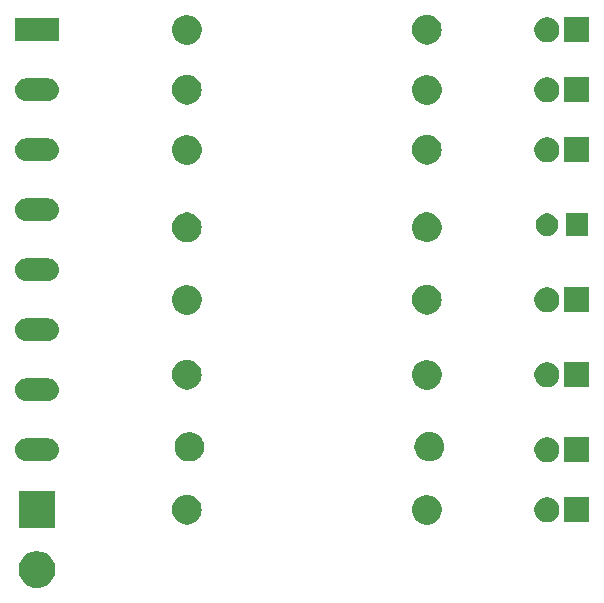
<source format=gbs>
G04 #@! TF.GenerationSoftware,KiCad,Pcbnew,(5.1.2)-2*
G04 #@! TF.CreationDate,2019-08-22T14:59:00+07:00*
G04 #@! TF.ProjectId,led_testing,6c65645f-7465-4737-9469-6e672e6b6963,rev?*
G04 #@! TF.SameCoordinates,Original*
G04 #@! TF.FileFunction,Soldermask,Bot*
G04 #@! TF.FilePolarity,Negative*
%FSLAX46Y46*%
G04 Gerber Fmt 4.6, Leading zero omitted, Abs format (unit mm)*
G04 Created by KiCad (PCBNEW (5.1.2)-2) date 2019-08-22 14:59:00*
%MOMM*%
%LPD*%
G04 APERTURE LIST*
%ADD10C,0.100000*%
G04 APERTURE END LIST*
D10*
G36*
X51102585Y-181358802D02*
G01*
X51252410Y-181388604D01*
X51534674Y-181505521D01*
X51788705Y-181675259D01*
X52004741Y-181891295D01*
X52174479Y-182145326D01*
X52291396Y-182427590D01*
X52351000Y-182727240D01*
X52351000Y-183032760D01*
X52291396Y-183332410D01*
X52174479Y-183614674D01*
X52004741Y-183868705D01*
X51788705Y-184084741D01*
X51534674Y-184254479D01*
X51252410Y-184371396D01*
X51102585Y-184401198D01*
X50952761Y-184431000D01*
X50647239Y-184431000D01*
X50497415Y-184401198D01*
X50347590Y-184371396D01*
X50065326Y-184254479D01*
X49811295Y-184084741D01*
X49595259Y-183868705D01*
X49425521Y-183614674D01*
X49308604Y-183332410D01*
X49249000Y-183032760D01*
X49249000Y-182727240D01*
X49308604Y-182427590D01*
X49425521Y-182145326D01*
X49595259Y-181891295D01*
X49811295Y-181675259D01*
X50065326Y-181505521D01*
X50347590Y-181388604D01*
X50497415Y-181358802D01*
X50647239Y-181329000D01*
X50952761Y-181329000D01*
X51102585Y-181358802D01*
X51102585Y-181358802D01*
G37*
G36*
X52351000Y-179351000D02*
G01*
X49249000Y-179351000D01*
X49249000Y-176249000D01*
X52351000Y-176249000D01*
X52351000Y-179351000D01*
X52351000Y-179351000D01*
G37*
G36*
X63745239Y-176567101D02*
G01*
X63981053Y-176638634D01*
X64198381Y-176754799D01*
X64388871Y-176911129D01*
X64545201Y-177101619D01*
X64661366Y-177318947D01*
X64732899Y-177554761D01*
X64757053Y-177800000D01*
X64732899Y-178045239D01*
X64661366Y-178281053D01*
X64545201Y-178498381D01*
X64388871Y-178688871D01*
X64198381Y-178845201D01*
X63981053Y-178961366D01*
X63745239Y-179032899D01*
X63561457Y-179051000D01*
X63438543Y-179051000D01*
X63254761Y-179032899D01*
X63018947Y-178961366D01*
X62801619Y-178845201D01*
X62611129Y-178688871D01*
X62454799Y-178498381D01*
X62338634Y-178281053D01*
X62267101Y-178045239D01*
X62242947Y-177800000D01*
X62267101Y-177554761D01*
X62338634Y-177318947D01*
X62454799Y-177101619D01*
X62611129Y-176911129D01*
X62801619Y-176754799D01*
X63018947Y-176638634D01*
X63254761Y-176567101D01*
X63438543Y-176549000D01*
X63561457Y-176549000D01*
X63745239Y-176567101D01*
X63745239Y-176567101D01*
G37*
G36*
X84184903Y-176597075D02*
G01*
X84285236Y-176638634D01*
X84412571Y-176691378D01*
X84617466Y-176828285D01*
X84791715Y-177002534D01*
X84928622Y-177207429D01*
X85022925Y-177435097D01*
X85071000Y-177676787D01*
X85071000Y-177923213D01*
X85022925Y-178164903D01*
X84928622Y-178392571D01*
X84791715Y-178597466D01*
X84617466Y-178771715D01*
X84412571Y-178908622D01*
X84412570Y-178908623D01*
X84412569Y-178908623D01*
X84184903Y-179002925D01*
X83943214Y-179051000D01*
X83696786Y-179051000D01*
X83455097Y-179002925D01*
X83227431Y-178908623D01*
X83227430Y-178908623D01*
X83227429Y-178908622D01*
X83022534Y-178771715D01*
X82848285Y-178597466D01*
X82711378Y-178392571D01*
X82617075Y-178164903D01*
X82569000Y-177923213D01*
X82569000Y-177676787D01*
X82617075Y-177435097D01*
X82711378Y-177207429D01*
X82848285Y-177002534D01*
X83022534Y-176828285D01*
X83227429Y-176691378D01*
X83354765Y-176638634D01*
X83455097Y-176597075D01*
X83696786Y-176549000D01*
X83943214Y-176549000D01*
X84184903Y-176597075D01*
X84184903Y-176597075D01*
G37*
G36*
X94286564Y-176789389D02*
G01*
X94477833Y-176868615D01*
X94477835Y-176868616D01*
X94649973Y-176983635D01*
X94796365Y-177130027D01*
X94911385Y-177302167D01*
X94990611Y-177493436D01*
X95031000Y-177696484D01*
X95031000Y-177903516D01*
X94990611Y-178106564D01*
X94966446Y-178164903D01*
X94911384Y-178297835D01*
X94796365Y-178469973D01*
X94649973Y-178616365D01*
X94477835Y-178731384D01*
X94477834Y-178731385D01*
X94477833Y-178731385D01*
X94286564Y-178810611D01*
X94083516Y-178851000D01*
X93876484Y-178851000D01*
X93673436Y-178810611D01*
X93482167Y-178731385D01*
X93482166Y-178731385D01*
X93482165Y-178731384D01*
X93310027Y-178616365D01*
X93163635Y-178469973D01*
X93048616Y-178297835D01*
X92993554Y-178164903D01*
X92969389Y-178106564D01*
X92929000Y-177903516D01*
X92929000Y-177696484D01*
X92969389Y-177493436D01*
X93048615Y-177302167D01*
X93163635Y-177130027D01*
X93310027Y-176983635D01*
X93482165Y-176868616D01*
X93482167Y-176868615D01*
X93673436Y-176789389D01*
X93876484Y-176749000D01*
X94083516Y-176749000D01*
X94286564Y-176789389D01*
X94286564Y-176789389D01*
G37*
G36*
X97571000Y-178851000D02*
G01*
X95469000Y-178851000D01*
X95469000Y-176749000D01*
X97571000Y-176749000D01*
X97571000Y-178851000D01*
X97571000Y-178851000D01*
G37*
G36*
X97571000Y-173771000D02*
G01*
X95469000Y-173771000D01*
X95469000Y-171669000D01*
X97571000Y-171669000D01*
X97571000Y-173771000D01*
X97571000Y-173771000D01*
G37*
G36*
X94286564Y-171709389D02*
G01*
X94463700Y-171782761D01*
X94477835Y-171788616D01*
X94649973Y-171903635D01*
X94796365Y-172050027D01*
X94909780Y-172219764D01*
X94911385Y-172222167D01*
X94990611Y-172413436D01*
X95031000Y-172616484D01*
X95031000Y-172823516D01*
X94990611Y-173026564D01*
X94933939Y-173163382D01*
X94911384Y-173217835D01*
X94796365Y-173389973D01*
X94649973Y-173536365D01*
X94477835Y-173651384D01*
X94477834Y-173651385D01*
X94477833Y-173651385D01*
X94286564Y-173730611D01*
X94083516Y-173771000D01*
X93876484Y-173771000D01*
X93673436Y-173730611D01*
X93482167Y-173651385D01*
X93482166Y-173651385D01*
X93482165Y-173651384D01*
X93310027Y-173536365D01*
X93163635Y-173389973D01*
X93048616Y-173217835D01*
X93026061Y-173163382D01*
X92969389Y-173026564D01*
X92929000Y-172823516D01*
X92929000Y-172616484D01*
X92969389Y-172413436D01*
X93048615Y-172222167D01*
X93050221Y-172219764D01*
X93163635Y-172050027D01*
X93310027Y-171903635D01*
X93482165Y-171788616D01*
X93496300Y-171782761D01*
X93673436Y-171709389D01*
X93876484Y-171669000D01*
X94083516Y-171669000D01*
X94286564Y-171709389D01*
X94286564Y-171709389D01*
G37*
G36*
X64069904Y-171262076D02*
G01*
X64170237Y-171303635D01*
X64297572Y-171356379D01*
X64502467Y-171493286D01*
X64676716Y-171667535D01*
X64742923Y-171766621D01*
X64813624Y-171872432D01*
X64907926Y-172100098D01*
X64956001Y-172341787D01*
X64956001Y-172588215D01*
X64907926Y-172829904D01*
X64826467Y-173026565D01*
X64813623Y-173057572D01*
X64676716Y-173262467D01*
X64502467Y-173436716D01*
X64297572Y-173573623D01*
X64297571Y-173573624D01*
X64297570Y-173573624D01*
X64069904Y-173667926D01*
X63828215Y-173716001D01*
X63581787Y-173716001D01*
X63340098Y-173667926D01*
X63112432Y-173573624D01*
X63112431Y-173573624D01*
X63112430Y-173573623D01*
X62907535Y-173436716D01*
X62733286Y-173262467D01*
X62596379Y-173057572D01*
X62583536Y-173026565D01*
X62502076Y-172829904D01*
X62454001Y-172588215D01*
X62454001Y-172341787D01*
X62502076Y-172100098D01*
X62596378Y-171872432D01*
X62667079Y-171766621D01*
X62733286Y-171667535D01*
X62907535Y-171493286D01*
X63112430Y-171356379D01*
X63239766Y-171303635D01*
X63340098Y-171262076D01*
X63581787Y-171214001D01*
X63828215Y-171214001D01*
X64069904Y-171262076D01*
X64069904Y-171262076D01*
G37*
G36*
X84270240Y-171232102D02*
G01*
X84506054Y-171303635D01*
X84723382Y-171419800D01*
X84913872Y-171576130D01*
X85070202Y-171766620D01*
X85186367Y-171983948D01*
X85257900Y-172219762D01*
X85282054Y-172465001D01*
X85257900Y-172710240D01*
X85186367Y-172946054D01*
X85070202Y-173163382D01*
X84913872Y-173353872D01*
X84723382Y-173510202D01*
X84506054Y-173626367D01*
X84270240Y-173697900D01*
X84086458Y-173716001D01*
X83963544Y-173716001D01*
X83779762Y-173697900D01*
X83543948Y-173626367D01*
X83326620Y-173510202D01*
X83136130Y-173353872D01*
X82979800Y-173163382D01*
X82863635Y-172946054D01*
X82792102Y-172710240D01*
X82767948Y-172465001D01*
X82792102Y-172219762D01*
X82863635Y-171983948D01*
X82979800Y-171766620D01*
X83136130Y-171576130D01*
X83326620Y-171419800D01*
X83543948Y-171303635D01*
X83779762Y-171232102D01*
X83963544Y-171214001D01*
X84086458Y-171214001D01*
X84270240Y-171232102D01*
X84270240Y-171232102D01*
G37*
G36*
X51886425Y-171782760D02*
G01*
X51886428Y-171782761D01*
X51886429Y-171782761D01*
X52065693Y-171837140D01*
X52065696Y-171837142D01*
X52065697Y-171837142D01*
X52230903Y-171925446D01*
X52375712Y-172044288D01*
X52494554Y-172189097D01*
X52582858Y-172354303D01*
X52582860Y-172354307D01*
X52637239Y-172533571D01*
X52637240Y-172533575D01*
X52655601Y-172720000D01*
X52637240Y-172906425D01*
X52637239Y-172906428D01*
X52637239Y-172906429D01*
X52582860Y-173085693D01*
X52582858Y-173085696D01*
X52582858Y-173085697D01*
X52494554Y-173250903D01*
X52375712Y-173395712D01*
X52230903Y-173514554D01*
X52065697Y-173602858D01*
X52065693Y-173602860D01*
X51886429Y-173657239D01*
X51886428Y-173657239D01*
X51886425Y-173657240D01*
X51746718Y-173671000D01*
X49853282Y-173671000D01*
X49713575Y-173657240D01*
X49713572Y-173657239D01*
X49713571Y-173657239D01*
X49534307Y-173602860D01*
X49534303Y-173602858D01*
X49369097Y-173514554D01*
X49224288Y-173395712D01*
X49105446Y-173250903D01*
X49017142Y-173085697D01*
X49017142Y-173085696D01*
X49017140Y-173085693D01*
X48962761Y-172906429D01*
X48962761Y-172906428D01*
X48962760Y-172906425D01*
X48944399Y-172720000D01*
X48962760Y-172533575D01*
X48962761Y-172533571D01*
X49017140Y-172354307D01*
X49017142Y-172354303D01*
X49105446Y-172189097D01*
X49224288Y-172044288D01*
X49369097Y-171925446D01*
X49534303Y-171837142D01*
X49534304Y-171837142D01*
X49534307Y-171837140D01*
X49713571Y-171782761D01*
X49713572Y-171782761D01*
X49713575Y-171782760D01*
X49853282Y-171769000D01*
X51746718Y-171769000D01*
X51886425Y-171782760D01*
X51886425Y-171782760D01*
G37*
G36*
X51886425Y-166702760D02*
G01*
X51886428Y-166702761D01*
X51886429Y-166702761D01*
X52065693Y-166757140D01*
X52065696Y-166757142D01*
X52065697Y-166757142D01*
X52230903Y-166845446D01*
X52375712Y-166964288D01*
X52494554Y-167109097D01*
X52535854Y-167186365D01*
X52582860Y-167274307D01*
X52637239Y-167453571D01*
X52637240Y-167453575D01*
X52655601Y-167640000D01*
X52637240Y-167826425D01*
X52637239Y-167826428D01*
X52637239Y-167826429D01*
X52582860Y-168005693D01*
X52582858Y-168005696D01*
X52582858Y-168005697D01*
X52494554Y-168170903D01*
X52375712Y-168315712D01*
X52230903Y-168434554D01*
X52065697Y-168522858D01*
X52065693Y-168522860D01*
X51886429Y-168577239D01*
X51886428Y-168577239D01*
X51886425Y-168577240D01*
X51746718Y-168591000D01*
X49853282Y-168591000D01*
X49713575Y-168577240D01*
X49713572Y-168577239D01*
X49713571Y-168577239D01*
X49534307Y-168522860D01*
X49534303Y-168522858D01*
X49369097Y-168434554D01*
X49224288Y-168315712D01*
X49105446Y-168170903D01*
X49017142Y-168005697D01*
X49017142Y-168005696D01*
X49017140Y-168005693D01*
X48962761Y-167826429D01*
X48962761Y-167826428D01*
X48962760Y-167826425D01*
X48944399Y-167640000D01*
X48962760Y-167453575D01*
X48962761Y-167453571D01*
X49017140Y-167274307D01*
X49064146Y-167186365D01*
X49105446Y-167109097D01*
X49224288Y-166964288D01*
X49369097Y-166845446D01*
X49534303Y-166757142D01*
X49534304Y-166757142D01*
X49534307Y-166757140D01*
X49713571Y-166702761D01*
X49713572Y-166702761D01*
X49713575Y-166702760D01*
X49853282Y-166689000D01*
X51746718Y-166689000D01*
X51886425Y-166702760D01*
X51886425Y-166702760D01*
G37*
G36*
X63745239Y-165137101D02*
G01*
X63981053Y-165208634D01*
X64198381Y-165324799D01*
X64388871Y-165481129D01*
X64545201Y-165671619D01*
X64661366Y-165888947D01*
X64732899Y-166124761D01*
X64757053Y-166370000D01*
X64732899Y-166615239D01*
X64661366Y-166851053D01*
X64545201Y-167068381D01*
X64388871Y-167258871D01*
X64198381Y-167415201D01*
X63981053Y-167531366D01*
X63745239Y-167602899D01*
X63561457Y-167621000D01*
X63438543Y-167621000D01*
X63254761Y-167602899D01*
X63018947Y-167531366D01*
X62801619Y-167415201D01*
X62611129Y-167258871D01*
X62454799Y-167068381D01*
X62338634Y-166851053D01*
X62267101Y-166615239D01*
X62242947Y-166370000D01*
X62267101Y-166124761D01*
X62338634Y-165888947D01*
X62454799Y-165671619D01*
X62611129Y-165481129D01*
X62801619Y-165324799D01*
X63018947Y-165208634D01*
X63254761Y-165137101D01*
X63438543Y-165119000D01*
X63561457Y-165119000D01*
X63745239Y-165137101D01*
X63745239Y-165137101D01*
G37*
G36*
X84184903Y-165167075D02*
G01*
X84285236Y-165208634D01*
X84412571Y-165261378D01*
X84617466Y-165398285D01*
X84791715Y-165572534D01*
X84928622Y-165777429D01*
X85022925Y-166005097D01*
X85071000Y-166246787D01*
X85071000Y-166493213D01*
X85022925Y-166734903D01*
X84928622Y-166962571D01*
X84791715Y-167167466D01*
X84617466Y-167341715D01*
X84412571Y-167478622D01*
X84412570Y-167478623D01*
X84412569Y-167478623D01*
X84184903Y-167572925D01*
X83943214Y-167621000D01*
X83696786Y-167621000D01*
X83455097Y-167572925D01*
X83227431Y-167478623D01*
X83227430Y-167478623D01*
X83227429Y-167478622D01*
X83022534Y-167341715D01*
X82848285Y-167167466D01*
X82711378Y-166962571D01*
X82617075Y-166734903D01*
X82569000Y-166493213D01*
X82569000Y-166246787D01*
X82617075Y-166005097D01*
X82711378Y-165777429D01*
X82848285Y-165572534D01*
X83022534Y-165398285D01*
X83227429Y-165261378D01*
X83354765Y-165208634D01*
X83455097Y-165167075D01*
X83696786Y-165119000D01*
X83943214Y-165119000D01*
X84184903Y-165167075D01*
X84184903Y-165167075D01*
G37*
G36*
X94286564Y-165359389D02*
G01*
X94477833Y-165438615D01*
X94477835Y-165438616D01*
X94649973Y-165553635D01*
X94796365Y-165700027D01*
X94911385Y-165872167D01*
X94990611Y-166063436D01*
X95031000Y-166266484D01*
X95031000Y-166473516D01*
X94990611Y-166676564D01*
X94918335Y-166851053D01*
X94911384Y-166867835D01*
X94796365Y-167039973D01*
X94649973Y-167186365D01*
X94477835Y-167301384D01*
X94477834Y-167301385D01*
X94477833Y-167301385D01*
X94286564Y-167380611D01*
X94083516Y-167421000D01*
X93876484Y-167421000D01*
X93673436Y-167380611D01*
X93482167Y-167301385D01*
X93482166Y-167301385D01*
X93482165Y-167301384D01*
X93310027Y-167186365D01*
X93163635Y-167039973D01*
X93048616Y-166867835D01*
X93041665Y-166851053D01*
X92969389Y-166676564D01*
X92929000Y-166473516D01*
X92929000Y-166266484D01*
X92969389Y-166063436D01*
X93048615Y-165872167D01*
X93163635Y-165700027D01*
X93310027Y-165553635D01*
X93482165Y-165438616D01*
X93482167Y-165438615D01*
X93673436Y-165359389D01*
X93876484Y-165319000D01*
X94083516Y-165319000D01*
X94286564Y-165359389D01*
X94286564Y-165359389D01*
G37*
G36*
X97571000Y-167421000D02*
G01*
X95469000Y-167421000D01*
X95469000Y-165319000D01*
X97571000Y-165319000D01*
X97571000Y-167421000D01*
X97571000Y-167421000D01*
G37*
G36*
X51886425Y-161622760D02*
G01*
X51886428Y-161622761D01*
X51886429Y-161622761D01*
X52065693Y-161677140D01*
X52065696Y-161677142D01*
X52065697Y-161677142D01*
X52230903Y-161765446D01*
X52375712Y-161884288D01*
X52494554Y-162029097D01*
X52582858Y-162194303D01*
X52582860Y-162194307D01*
X52637239Y-162373571D01*
X52637240Y-162373575D01*
X52655601Y-162560000D01*
X52637240Y-162746425D01*
X52637239Y-162746428D01*
X52637239Y-162746429D01*
X52582860Y-162925693D01*
X52582858Y-162925696D01*
X52582858Y-162925697D01*
X52494554Y-163090903D01*
X52375712Y-163235712D01*
X52230903Y-163354554D01*
X52065697Y-163442858D01*
X52065693Y-163442860D01*
X51886429Y-163497239D01*
X51886428Y-163497239D01*
X51886425Y-163497240D01*
X51746718Y-163511000D01*
X49853282Y-163511000D01*
X49713575Y-163497240D01*
X49713572Y-163497239D01*
X49713571Y-163497239D01*
X49534307Y-163442860D01*
X49534303Y-163442858D01*
X49369097Y-163354554D01*
X49224288Y-163235712D01*
X49105446Y-163090903D01*
X49017142Y-162925697D01*
X49017142Y-162925696D01*
X49017140Y-162925693D01*
X48962761Y-162746429D01*
X48962761Y-162746428D01*
X48962760Y-162746425D01*
X48944399Y-162560000D01*
X48962760Y-162373575D01*
X48962761Y-162373571D01*
X49017140Y-162194307D01*
X49017142Y-162194303D01*
X49105446Y-162029097D01*
X49224288Y-161884288D01*
X49369097Y-161765446D01*
X49534303Y-161677142D01*
X49534304Y-161677142D01*
X49534307Y-161677140D01*
X49713571Y-161622761D01*
X49713572Y-161622761D01*
X49713575Y-161622760D01*
X49853282Y-161609000D01*
X51746718Y-161609000D01*
X51886425Y-161622760D01*
X51886425Y-161622760D01*
G37*
G36*
X84065239Y-158787101D02*
G01*
X84301053Y-158858634D01*
X84518381Y-158974799D01*
X84708871Y-159131129D01*
X84865201Y-159321619D01*
X84981366Y-159538947D01*
X85052899Y-159774761D01*
X85077053Y-160020000D01*
X85052899Y-160265239D01*
X84981366Y-160501053D01*
X84865201Y-160718381D01*
X84708871Y-160908871D01*
X84518381Y-161065201D01*
X84301053Y-161181366D01*
X84065239Y-161252899D01*
X83881457Y-161271000D01*
X83758543Y-161271000D01*
X83574761Y-161252899D01*
X83338947Y-161181366D01*
X83121619Y-161065201D01*
X82931129Y-160908871D01*
X82774799Y-160718381D01*
X82658634Y-160501053D01*
X82587101Y-160265239D01*
X82562947Y-160020000D01*
X82587101Y-159774761D01*
X82658634Y-159538947D01*
X82774799Y-159321619D01*
X82931129Y-159131129D01*
X83121619Y-158974799D01*
X83338947Y-158858634D01*
X83574761Y-158787101D01*
X83758543Y-158769000D01*
X83881457Y-158769000D01*
X84065239Y-158787101D01*
X84065239Y-158787101D01*
G37*
G36*
X63864903Y-158817075D02*
G01*
X63965236Y-158858634D01*
X64092571Y-158911378D01*
X64297466Y-159048285D01*
X64471715Y-159222534D01*
X64608622Y-159427429D01*
X64702925Y-159655097D01*
X64751000Y-159896787D01*
X64751000Y-160143213D01*
X64702925Y-160384903D01*
X64608622Y-160612571D01*
X64471715Y-160817466D01*
X64297466Y-160991715D01*
X64092571Y-161128622D01*
X64092570Y-161128623D01*
X64092569Y-161128623D01*
X63864903Y-161222925D01*
X63623214Y-161271000D01*
X63376786Y-161271000D01*
X63135097Y-161222925D01*
X62907431Y-161128623D01*
X62907430Y-161128623D01*
X62907429Y-161128622D01*
X62702534Y-160991715D01*
X62528285Y-160817466D01*
X62391378Y-160612571D01*
X62297075Y-160384903D01*
X62249000Y-160143213D01*
X62249000Y-159896787D01*
X62297075Y-159655097D01*
X62391378Y-159427429D01*
X62528285Y-159222534D01*
X62702534Y-159048285D01*
X62907429Y-158911378D01*
X63034765Y-158858634D01*
X63135097Y-158817075D01*
X63376786Y-158769000D01*
X63623214Y-158769000D01*
X63864903Y-158817075D01*
X63864903Y-158817075D01*
G37*
G36*
X97571000Y-161071000D02*
G01*
X95469000Y-161071000D01*
X95469000Y-158969000D01*
X97571000Y-158969000D01*
X97571000Y-161071000D01*
X97571000Y-161071000D01*
G37*
G36*
X94286564Y-159009389D02*
G01*
X94477833Y-159088615D01*
X94477835Y-159088616D01*
X94649973Y-159203635D01*
X94796365Y-159350027D01*
X94911385Y-159522167D01*
X94990611Y-159713436D01*
X95031000Y-159916484D01*
X95031000Y-160123516D01*
X94990611Y-160326564D01*
X94966446Y-160384903D01*
X94911384Y-160517835D01*
X94796365Y-160689973D01*
X94649973Y-160836365D01*
X94477835Y-160951384D01*
X94477834Y-160951385D01*
X94477833Y-160951385D01*
X94286564Y-161030611D01*
X94083516Y-161071000D01*
X93876484Y-161071000D01*
X93673436Y-161030611D01*
X93482167Y-160951385D01*
X93482166Y-160951385D01*
X93482165Y-160951384D01*
X93310027Y-160836365D01*
X93163635Y-160689973D01*
X93048616Y-160517835D01*
X92993554Y-160384903D01*
X92969389Y-160326564D01*
X92929000Y-160123516D01*
X92929000Y-159916484D01*
X92969389Y-159713436D01*
X93048615Y-159522167D01*
X93163635Y-159350027D01*
X93310027Y-159203635D01*
X93482165Y-159088616D01*
X93482167Y-159088615D01*
X93673436Y-159009389D01*
X93876484Y-158969000D01*
X94083516Y-158969000D01*
X94286564Y-159009389D01*
X94286564Y-159009389D01*
G37*
G36*
X51886425Y-156542760D02*
G01*
X51886428Y-156542761D01*
X51886429Y-156542761D01*
X52065693Y-156597140D01*
X52065696Y-156597142D01*
X52065697Y-156597142D01*
X52230903Y-156685446D01*
X52375712Y-156804288D01*
X52494554Y-156949097D01*
X52582858Y-157114303D01*
X52582860Y-157114307D01*
X52637239Y-157293571D01*
X52637240Y-157293575D01*
X52655601Y-157480000D01*
X52637240Y-157666425D01*
X52637239Y-157666428D01*
X52637239Y-157666429D01*
X52582860Y-157845693D01*
X52582858Y-157845696D01*
X52582858Y-157845697D01*
X52494554Y-158010903D01*
X52375712Y-158155712D01*
X52230903Y-158274554D01*
X52065697Y-158362858D01*
X52065693Y-158362860D01*
X51886429Y-158417239D01*
X51886428Y-158417239D01*
X51886425Y-158417240D01*
X51746718Y-158431000D01*
X49853282Y-158431000D01*
X49713575Y-158417240D01*
X49713572Y-158417239D01*
X49713571Y-158417239D01*
X49534307Y-158362860D01*
X49534303Y-158362858D01*
X49369097Y-158274554D01*
X49224288Y-158155712D01*
X49105446Y-158010903D01*
X49017142Y-157845697D01*
X49017142Y-157845696D01*
X49017140Y-157845693D01*
X48962761Y-157666429D01*
X48962761Y-157666428D01*
X48962760Y-157666425D01*
X48944399Y-157480000D01*
X48962760Y-157293575D01*
X48962761Y-157293571D01*
X49017140Y-157114307D01*
X49017142Y-157114303D01*
X49105446Y-156949097D01*
X49224288Y-156804288D01*
X49369097Y-156685446D01*
X49534303Y-156597142D01*
X49534304Y-156597142D01*
X49534307Y-156597140D01*
X49713571Y-156542761D01*
X49713572Y-156542761D01*
X49713575Y-156542760D01*
X49853282Y-156529000D01*
X51746718Y-156529000D01*
X51886425Y-156542760D01*
X51886425Y-156542760D01*
G37*
G36*
X63745239Y-152652102D02*
G01*
X63981053Y-152723635D01*
X64198381Y-152839800D01*
X64388871Y-152996130D01*
X64545201Y-153186620D01*
X64661366Y-153403948D01*
X64732899Y-153639762D01*
X64757053Y-153885001D01*
X64732899Y-154130240D01*
X64661366Y-154366054D01*
X64545201Y-154583382D01*
X64388871Y-154773872D01*
X64198381Y-154930202D01*
X63981053Y-155046367D01*
X63745239Y-155117900D01*
X63561457Y-155136001D01*
X63438543Y-155136001D01*
X63254761Y-155117900D01*
X63018947Y-155046367D01*
X62801619Y-154930202D01*
X62611129Y-154773872D01*
X62454799Y-154583382D01*
X62338634Y-154366054D01*
X62267101Y-154130240D01*
X62242947Y-153885001D01*
X62267101Y-153639762D01*
X62338634Y-153403948D01*
X62454799Y-153186620D01*
X62611129Y-152996130D01*
X62801619Y-152839800D01*
X63018947Y-152723635D01*
X63254761Y-152652102D01*
X63438543Y-152634001D01*
X63561457Y-152634001D01*
X63745239Y-152652102D01*
X63745239Y-152652102D01*
G37*
G36*
X84184903Y-152682076D02*
G01*
X84386783Y-152765697D01*
X84412571Y-152776379D01*
X84617466Y-152913286D01*
X84791715Y-153087535D01*
X84928622Y-153292430D01*
X84928623Y-153292432D01*
X85022925Y-153520098D01*
X85071000Y-153761787D01*
X85071000Y-154008215D01*
X85022925Y-154249904D01*
X84957154Y-154408691D01*
X84928622Y-154477572D01*
X84791715Y-154682467D01*
X84617466Y-154856716D01*
X84412571Y-154993623D01*
X84412570Y-154993624D01*
X84412569Y-154993624D01*
X84184903Y-155087926D01*
X83943214Y-155136001D01*
X83696786Y-155136001D01*
X83455097Y-155087926D01*
X83227431Y-154993624D01*
X83227430Y-154993624D01*
X83227429Y-154993623D01*
X83022534Y-154856716D01*
X82848285Y-154682467D01*
X82711378Y-154477572D01*
X82682847Y-154408691D01*
X82617075Y-154249904D01*
X82569000Y-154008215D01*
X82569000Y-153761787D01*
X82617075Y-153520098D01*
X82711377Y-153292432D01*
X82711378Y-153292430D01*
X82848285Y-153087535D01*
X83022534Y-152913286D01*
X83227429Y-152776379D01*
X83253218Y-152765697D01*
X83455097Y-152682076D01*
X83696786Y-152634001D01*
X83943214Y-152634001D01*
X84184903Y-152682076D01*
X84184903Y-152682076D01*
G37*
G36*
X97471000Y-154621000D02*
G01*
X95569000Y-154621000D01*
X95569000Y-152719000D01*
X97471000Y-152719000D01*
X97471000Y-154621000D01*
X97471000Y-154621000D01*
G37*
G36*
X94257395Y-152755546D02*
G01*
X94430466Y-152827234D01*
X94430467Y-152827235D01*
X94586227Y-152931310D01*
X94718690Y-153063773D01*
X94771081Y-153142182D01*
X94822766Y-153219534D01*
X94894454Y-153392605D01*
X94931000Y-153576333D01*
X94931000Y-153763667D01*
X94894454Y-153947395D01*
X94822766Y-154120466D01*
X94816235Y-154130240D01*
X94718690Y-154276227D01*
X94586227Y-154408690D01*
X94507818Y-154461081D01*
X94430466Y-154512766D01*
X94257395Y-154584454D01*
X94073667Y-154621000D01*
X93886333Y-154621000D01*
X93702605Y-154584454D01*
X93529534Y-154512766D01*
X93452182Y-154461081D01*
X93373773Y-154408690D01*
X93241310Y-154276227D01*
X93143765Y-154130240D01*
X93137234Y-154120466D01*
X93065546Y-153947395D01*
X93029000Y-153763667D01*
X93029000Y-153576333D01*
X93065546Y-153392605D01*
X93137234Y-153219534D01*
X93188919Y-153142182D01*
X93241310Y-153063773D01*
X93373773Y-152931310D01*
X93529533Y-152827235D01*
X93529534Y-152827234D01*
X93702605Y-152755546D01*
X93886333Y-152719000D01*
X94073667Y-152719000D01*
X94257395Y-152755546D01*
X94257395Y-152755546D01*
G37*
G36*
X51886425Y-151462760D02*
G01*
X51886428Y-151462761D01*
X51886429Y-151462761D01*
X52065693Y-151517140D01*
X52065696Y-151517142D01*
X52065697Y-151517142D01*
X52230903Y-151605446D01*
X52375712Y-151724288D01*
X52494554Y-151869097D01*
X52582858Y-152034303D01*
X52582860Y-152034307D01*
X52637239Y-152213571D01*
X52637240Y-152213575D01*
X52655601Y-152400000D01*
X52637240Y-152586425D01*
X52637239Y-152586428D01*
X52637239Y-152586429D01*
X52582860Y-152765693D01*
X52582858Y-152765696D01*
X52582858Y-152765697D01*
X52494554Y-152930903D01*
X52375712Y-153075712D01*
X52230903Y-153194554D01*
X52065697Y-153282858D01*
X52065693Y-153282860D01*
X51886429Y-153337239D01*
X51886428Y-153337239D01*
X51886425Y-153337240D01*
X51746718Y-153351000D01*
X49853282Y-153351000D01*
X49713575Y-153337240D01*
X49713572Y-153337239D01*
X49713571Y-153337239D01*
X49534307Y-153282860D01*
X49534303Y-153282858D01*
X49369097Y-153194554D01*
X49224288Y-153075712D01*
X49105446Y-152930903D01*
X49017142Y-152765697D01*
X49017142Y-152765696D01*
X49017140Y-152765693D01*
X48962761Y-152586429D01*
X48962761Y-152586428D01*
X48962760Y-152586425D01*
X48944399Y-152400000D01*
X48962760Y-152213575D01*
X48962761Y-152213571D01*
X49017140Y-152034307D01*
X49017142Y-152034303D01*
X49105446Y-151869097D01*
X49224288Y-151724288D01*
X49369097Y-151605446D01*
X49534303Y-151517142D01*
X49534304Y-151517142D01*
X49534307Y-151517140D01*
X49713571Y-151462761D01*
X49713572Y-151462761D01*
X49713575Y-151462760D01*
X49853282Y-151449000D01*
X51746718Y-151449000D01*
X51886425Y-151462760D01*
X51886425Y-151462760D01*
G37*
G36*
X84065239Y-146087101D02*
G01*
X84301053Y-146158634D01*
X84518381Y-146274799D01*
X84708871Y-146431129D01*
X84865201Y-146621619D01*
X84981366Y-146838947D01*
X85052899Y-147074761D01*
X85077053Y-147320000D01*
X85052899Y-147565239D01*
X84981366Y-147801053D01*
X84865201Y-148018381D01*
X84708871Y-148208871D01*
X84518381Y-148365201D01*
X84301053Y-148481366D01*
X84065239Y-148552899D01*
X83881457Y-148571000D01*
X83758543Y-148571000D01*
X83574761Y-148552899D01*
X83338947Y-148481366D01*
X83121619Y-148365201D01*
X82931129Y-148208871D01*
X82774799Y-148018381D01*
X82658634Y-147801053D01*
X82587101Y-147565239D01*
X82562947Y-147320000D01*
X82587101Y-147074761D01*
X82658634Y-146838947D01*
X82774799Y-146621619D01*
X82931129Y-146431129D01*
X83121619Y-146274799D01*
X83338947Y-146158634D01*
X83574761Y-146087101D01*
X83758543Y-146069000D01*
X83881457Y-146069000D01*
X84065239Y-146087101D01*
X84065239Y-146087101D01*
G37*
G36*
X63864903Y-146117075D02*
G01*
X63965236Y-146158634D01*
X64092571Y-146211378D01*
X64297466Y-146348285D01*
X64471715Y-146522534D01*
X64556903Y-146650027D01*
X64608623Y-146727431D01*
X64702925Y-146955097D01*
X64751000Y-147196786D01*
X64751000Y-147443214D01*
X64738426Y-147506429D01*
X64702925Y-147684903D01*
X64608622Y-147912571D01*
X64471715Y-148117466D01*
X64297466Y-148291715D01*
X64092571Y-148428622D01*
X64092570Y-148428623D01*
X64092569Y-148428623D01*
X63864903Y-148522925D01*
X63623214Y-148571000D01*
X63376786Y-148571000D01*
X63135097Y-148522925D01*
X62907431Y-148428623D01*
X62907430Y-148428623D01*
X62907429Y-148428622D01*
X62702534Y-148291715D01*
X62528285Y-148117466D01*
X62391378Y-147912571D01*
X62297075Y-147684903D01*
X62261574Y-147506429D01*
X62249000Y-147443214D01*
X62249000Y-147196786D01*
X62297075Y-146955097D01*
X62391377Y-146727431D01*
X62443097Y-146650027D01*
X62528285Y-146522534D01*
X62702534Y-146348285D01*
X62907429Y-146211378D01*
X63034765Y-146158634D01*
X63135097Y-146117075D01*
X63376786Y-146069000D01*
X63623214Y-146069000D01*
X63864903Y-146117075D01*
X63864903Y-146117075D01*
G37*
G36*
X94286564Y-146309389D02*
G01*
X94463700Y-146382761D01*
X94477835Y-146388616D01*
X94649973Y-146503635D01*
X94796365Y-146650027D01*
X94889289Y-146789097D01*
X94911385Y-146822167D01*
X94990611Y-147013436D01*
X95031000Y-147216484D01*
X95031000Y-147423516D01*
X94990611Y-147626564D01*
X94966446Y-147684903D01*
X94911384Y-147817835D01*
X94796365Y-147989973D01*
X94649973Y-148136365D01*
X94477835Y-148251384D01*
X94477834Y-148251385D01*
X94477833Y-148251385D01*
X94286564Y-148330611D01*
X94083516Y-148371000D01*
X93876484Y-148371000D01*
X93673436Y-148330611D01*
X93482167Y-148251385D01*
X93482166Y-148251385D01*
X93482165Y-148251384D01*
X93310027Y-148136365D01*
X93163635Y-147989973D01*
X93048616Y-147817835D01*
X92993554Y-147684903D01*
X92969389Y-147626564D01*
X92929000Y-147423516D01*
X92929000Y-147216484D01*
X92969389Y-147013436D01*
X93048615Y-146822167D01*
X93070712Y-146789097D01*
X93163635Y-146650027D01*
X93310027Y-146503635D01*
X93482165Y-146388616D01*
X93496300Y-146382761D01*
X93673436Y-146309389D01*
X93876484Y-146269000D01*
X94083516Y-146269000D01*
X94286564Y-146309389D01*
X94286564Y-146309389D01*
G37*
G36*
X97571000Y-148371000D02*
G01*
X95469000Y-148371000D01*
X95469000Y-146269000D01*
X97571000Y-146269000D01*
X97571000Y-148371000D01*
X97571000Y-148371000D01*
G37*
G36*
X51886425Y-146382760D02*
G01*
X51886428Y-146382761D01*
X51886429Y-146382761D01*
X52065693Y-146437140D01*
X52065696Y-146437142D01*
X52065697Y-146437142D01*
X52230903Y-146525446D01*
X52375712Y-146644288D01*
X52494554Y-146789097D01*
X52521199Y-146838947D01*
X52582860Y-146954307D01*
X52637239Y-147133571D01*
X52637240Y-147133575D01*
X52655601Y-147320000D01*
X52637240Y-147506425D01*
X52637239Y-147506428D01*
X52637239Y-147506429D01*
X52582860Y-147685693D01*
X52582858Y-147685696D01*
X52582858Y-147685697D01*
X52494554Y-147850903D01*
X52375712Y-147995712D01*
X52230903Y-148114554D01*
X52065697Y-148202858D01*
X52065693Y-148202860D01*
X51886429Y-148257239D01*
X51886428Y-148257239D01*
X51886425Y-148257240D01*
X51746718Y-148271000D01*
X49853282Y-148271000D01*
X49713575Y-148257240D01*
X49713572Y-148257239D01*
X49713571Y-148257239D01*
X49534307Y-148202860D01*
X49534303Y-148202858D01*
X49369097Y-148114554D01*
X49224288Y-147995712D01*
X49105446Y-147850903D01*
X49017142Y-147685697D01*
X49017142Y-147685696D01*
X49017140Y-147685693D01*
X48962761Y-147506429D01*
X48962761Y-147506428D01*
X48962760Y-147506425D01*
X48944399Y-147320000D01*
X48962760Y-147133575D01*
X48962761Y-147133571D01*
X49017140Y-146954307D01*
X49078801Y-146838947D01*
X49105446Y-146789097D01*
X49224288Y-146644288D01*
X49369097Y-146525446D01*
X49534303Y-146437142D01*
X49534304Y-146437142D01*
X49534307Y-146437140D01*
X49713571Y-146382761D01*
X49713572Y-146382761D01*
X49713575Y-146382760D01*
X49853282Y-146369000D01*
X51746718Y-146369000D01*
X51886425Y-146382760D01*
X51886425Y-146382760D01*
G37*
G36*
X84184903Y-141037075D02*
G01*
X84285236Y-141078634D01*
X84412571Y-141131378D01*
X84617466Y-141268285D01*
X84791715Y-141442534D01*
X84876903Y-141570027D01*
X84928623Y-141647431D01*
X85022925Y-141875097D01*
X85071000Y-142116786D01*
X85071000Y-142363214D01*
X85058426Y-142426429D01*
X85022925Y-142604903D01*
X84928622Y-142832571D01*
X84791715Y-143037466D01*
X84617466Y-143211715D01*
X84412571Y-143348622D01*
X84412570Y-143348623D01*
X84412569Y-143348623D01*
X84184903Y-143442925D01*
X83943214Y-143491000D01*
X83696786Y-143491000D01*
X83455097Y-143442925D01*
X83227431Y-143348623D01*
X83227430Y-143348623D01*
X83227429Y-143348622D01*
X83022534Y-143211715D01*
X82848285Y-143037466D01*
X82711378Y-142832571D01*
X82617075Y-142604903D01*
X82581574Y-142426429D01*
X82569000Y-142363214D01*
X82569000Y-142116786D01*
X82617075Y-141875097D01*
X82711377Y-141647431D01*
X82763097Y-141570027D01*
X82848285Y-141442534D01*
X83022534Y-141268285D01*
X83227429Y-141131378D01*
X83354765Y-141078634D01*
X83455097Y-141037075D01*
X83696786Y-140989000D01*
X83943214Y-140989000D01*
X84184903Y-141037075D01*
X84184903Y-141037075D01*
G37*
G36*
X63745239Y-141007101D02*
G01*
X63981053Y-141078634D01*
X64198381Y-141194799D01*
X64388871Y-141351129D01*
X64545201Y-141541619D01*
X64661366Y-141758947D01*
X64732899Y-141994761D01*
X64757053Y-142240000D01*
X64732899Y-142485239D01*
X64661366Y-142721053D01*
X64545201Y-142938381D01*
X64388871Y-143128871D01*
X64198381Y-143285201D01*
X63981053Y-143401366D01*
X63745239Y-143472899D01*
X63561457Y-143491000D01*
X63438543Y-143491000D01*
X63254761Y-143472899D01*
X63018947Y-143401366D01*
X62801619Y-143285201D01*
X62611129Y-143128871D01*
X62454799Y-142938381D01*
X62338634Y-142721053D01*
X62267101Y-142485239D01*
X62242947Y-142240000D01*
X62267101Y-141994761D01*
X62338634Y-141758947D01*
X62454799Y-141541619D01*
X62611129Y-141351129D01*
X62801619Y-141194799D01*
X63018947Y-141078634D01*
X63254761Y-141007101D01*
X63438543Y-140989000D01*
X63561457Y-140989000D01*
X63745239Y-141007101D01*
X63745239Y-141007101D01*
G37*
G36*
X97571000Y-143291000D02*
G01*
X95469000Y-143291000D01*
X95469000Y-141189000D01*
X97571000Y-141189000D01*
X97571000Y-143291000D01*
X97571000Y-143291000D01*
G37*
G36*
X94286564Y-141229389D02*
G01*
X94463700Y-141302761D01*
X94477835Y-141308616D01*
X94649973Y-141423635D01*
X94796365Y-141570027D01*
X94889289Y-141709097D01*
X94911385Y-141742167D01*
X94990611Y-141933436D01*
X95031000Y-142136484D01*
X95031000Y-142343516D01*
X94990611Y-142546564D01*
X94966446Y-142604903D01*
X94911384Y-142737835D01*
X94796365Y-142909973D01*
X94649973Y-143056365D01*
X94477835Y-143171384D01*
X94477834Y-143171385D01*
X94477833Y-143171385D01*
X94286564Y-143250611D01*
X94083516Y-143291000D01*
X93876484Y-143291000D01*
X93673436Y-143250611D01*
X93482167Y-143171385D01*
X93482166Y-143171385D01*
X93482165Y-143171384D01*
X93310027Y-143056365D01*
X93163635Y-142909973D01*
X93048616Y-142737835D01*
X92993554Y-142604903D01*
X92969389Y-142546564D01*
X92929000Y-142343516D01*
X92929000Y-142136484D01*
X92969389Y-141933436D01*
X93048615Y-141742167D01*
X93070712Y-141709097D01*
X93163635Y-141570027D01*
X93310027Y-141423635D01*
X93482165Y-141308616D01*
X93496300Y-141302761D01*
X93673436Y-141229389D01*
X93876484Y-141189000D01*
X94083516Y-141189000D01*
X94286564Y-141229389D01*
X94286564Y-141229389D01*
G37*
G36*
X51886425Y-141302760D02*
G01*
X51886428Y-141302761D01*
X51886429Y-141302761D01*
X52065693Y-141357140D01*
X52065696Y-141357142D01*
X52065697Y-141357142D01*
X52230903Y-141445446D01*
X52375712Y-141564288D01*
X52494554Y-141709097D01*
X52521199Y-141758947D01*
X52582860Y-141874307D01*
X52637239Y-142053571D01*
X52637240Y-142053575D01*
X52655601Y-142240000D01*
X52637240Y-142426425D01*
X52637239Y-142426428D01*
X52637239Y-142426429D01*
X52582860Y-142605693D01*
X52582858Y-142605696D01*
X52582858Y-142605697D01*
X52494554Y-142770903D01*
X52375712Y-142915712D01*
X52230903Y-143034554D01*
X52065697Y-143122858D01*
X52065693Y-143122860D01*
X51886429Y-143177239D01*
X51886428Y-143177239D01*
X51886425Y-143177240D01*
X51746718Y-143191000D01*
X49853282Y-143191000D01*
X49713575Y-143177240D01*
X49713572Y-143177239D01*
X49713571Y-143177239D01*
X49534307Y-143122860D01*
X49534303Y-143122858D01*
X49369097Y-143034554D01*
X49224288Y-142915712D01*
X49105446Y-142770903D01*
X49017142Y-142605697D01*
X49017142Y-142605696D01*
X49017140Y-142605693D01*
X48962761Y-142426429D01*
X48962761Y-142426428D01*
X48962760Y-142426425D01*
X48944399Y-142240000D01*
X48962760Y-142053575D01*
X48962761Y-142053571D01*
X49017140Y-141874307D01*
X49078801Y-141758947D01*
X49105446Y-141709097D01*
X49224288Y-141564288D01*
X49369097Y-141445446D01*
X49534303Y-141357142D01*
X49534304Y-141357142D01*
X49534307Y-141357140D01*
X49713571Y-141302761D01*
X49713572Y-141302761D01*
X49713575Y-141302760D01*
X49853282Y-141289000D01*
X51746718Y-141289000D01*
X51886425Y-141302760D01*
X51886425Y-141302760D01*
G37*
G36*
X63864903Y-135957075D02*
G01*
X63965236Y-135998634D01*
X64092571Y-136051378D01*
X64297466Y-136188285D01*
X64471715Y-136362534D01*
X64608622Y-136567429D01*
X64702925Y-136795097D01*
X64751000Y-137036787D01*
X64751000Y-137283213D01*
X64702925Y-137524903D01*
X64608622Y-137752571D01*
X64471715Y-137957466D01*
X64297466Y-138131715D01*
X64092571Y-138268622D01*
X64092570Y-138268623D01*
X64092569Y-138268623D01*
X63864903Y-138362925D01*
X63623214Y-138411000D01*
X63376786Y-138411000D01*
X63135097Y-138362925D01*
X62907431Y-138268623D01*
X62907430Y-138268623D01*
X62907429Y-138268622D01*
X62702534Y-138131715D01*
X62528285Y-137957466D01*
X62391378Y-137752571D01*
X62297075Y-137524903D01*
X62249000Y-137283213D01*
X62249000Y-137036787D01*
X62297075Y-136795097D01*
X62391378Y-136567429D01*
X62528285Y-136362534D01*
X62702534Y-136188285D01*
X62907429Y-136051378D01*
X63034765Y-135998634D01*
X63135097Y-135957075D01*
X63376786Y-135909000D01*
X63623214Y-135909000D01*
X63864903Y-135957075D01*
X63864903Y-135957075D01*
G37*
G36*
X84065239Y-135927101D02*
G01*
X84301053Y-135998634D01*
X84518381Y-136114799D01*
X84708871Y-136271129D01*
X84865201Y-136461619D01*
X84981366Y-136678947D01*
X85052899Y-136914761D01*
X85077053Y-137160000D01*
X85052899Y-137405239D01*
X84981366Y-137641053D01*
X84865201Y-137858381D01*
X84708871Y-138048871D01*
X84518381Y-138205201D01*
X84301053Y-138321366D01*
X84065239Y-138392899D01*
X83881457Y-138411000D01*
X83758543Y-138411000D01*
X83574761Y-138392899D01*
X83338947Y-138321366D01*
X83121619Y-138205201D01*
X82931129Y-138048871D01*
X82774799Y-137858381D01*
X82658634Y-137641053D01*
X82587101Y-137405239D01*
X82562947Y-137160000D01*
X82587101Y-136914761D01*
X82658634Y-136678947D01*
X82774799Y-136461619D01*
X82931129Y-136271129D01*
X83121619Y-136114799D01*
X83338947Y-135998634D01*
X83574761Y-135927101D01*
X83758543Y-135909000D01*
X83881457Y-135909000D01*
X84065239Y-135927101D01*
X84065239Y-135927101D01*
G37*
G36*
X94286564Y-136149389D02*
G01*
X94477833Y-136228615D01*
X94477835Y-136228616D01*
X94649973Y-136343635D01*
X94796365Y-136490027D01*
X94911385Y-136662167D01*
X94990611Y-136853436D01*
X95031000Y-137056484D01*
X95031000Y-137263516D01*
X94990611Y-137466564D01*
X94966446Y-137524903D01*
X94911384Y-137657835D01*
X94796365Y-137829973D01*
X94649973Y-137976365D01*
X94477835Y-138091384D01*
X94477834Y-138091385D01*
X94477833Y-138091385D01*
X94286564Y-138170611D01*
X94083516Y-138211000D01*
X93876484Y-138211000D01*
X93673436Y-138170611D01*
X93482167Y-138091385D01*
X93482166Y-138091385D01*
X93482165Y-138091384D01*
X93310027Y-137976365D01*
X93163635Y-137829973D01*
X93048616Y-137657835D01*
X92993554Y-137524903D01*
X92969389Y-137466564D01*
X92929000Y-137263516D01*
X92929000Y-137056484D01*
X92969389Y-136853436D01*
X93048615Y-136662167D01*
X93163635Y-136490027D01*
X93310027Y-136343635D01*
X93482165Y-136228616D01*
X93482167Y-136228615D01*
X93673436Y-136149389D01*
X93876484Y-136109000D01*
X94083516Y-136109000D01*
X94286564Y-136149389D01*
X94286564Y-136149389D01*
G37*
G36*
X97571000Y-138211000D02*
G01*
X95469000Y-138211000D01*
X95469000Y-136109000D01*
X97571000Y-136109000D01*
X97571000Y-138211000D01*
X97571000Y-138211000D01*
G37*
G36*
X52651000Y-138111000D02*
G01*
X48949000Y-138111000D01*
X48949000Y-136209000D01*
X52651000Y-136209000D01*
X52651000Y-138111000D01*
X52651000Y-138111000D01*
G37*
M02*

</source>
